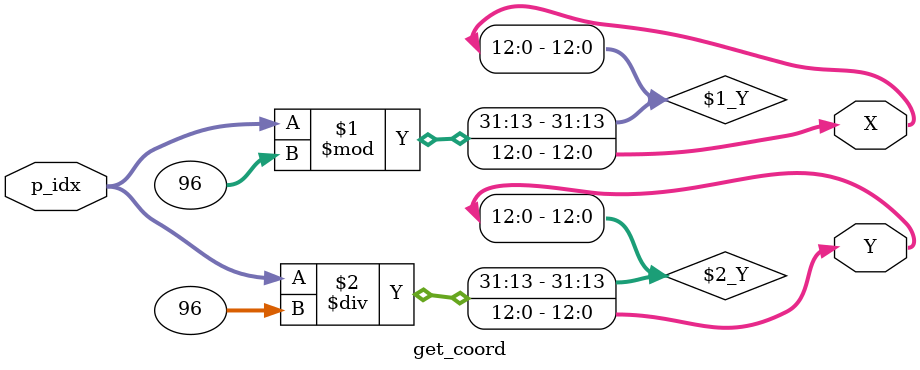
<source format=v>
`timescale 1ns / 1ps


module get_coord(
    input [12:0] p_idx,
    output [12:0] X,
    output [12:0] Y
    );
    
    assign X = p_idx % 96;
    assign Y = p_idx / 96;
    
endmodule

</source>
